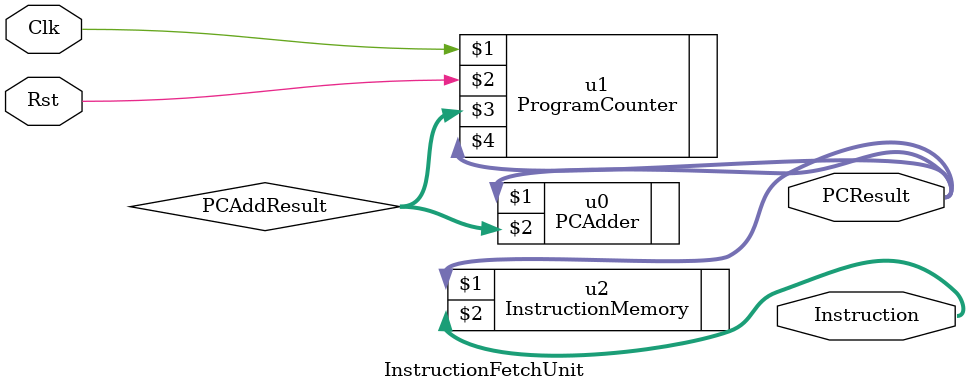
<source format=v>
`timescale 1ns / 1ps


module InstructionFetchUnit(Clk, Rst, Instruction, PCResult);

input Clk, Rst;
output [31:0] Instruction;

output wire [31:0] PCResult;
wire [31:0] PCAddResult;

PCAdder u0(PCResult, PCAddResult);

ProgramCounter u1(Clk, Rst, PCAddResult, PCResult);

InstructionMemory u2(PCResult, Instruction);

endmodule

</source>
